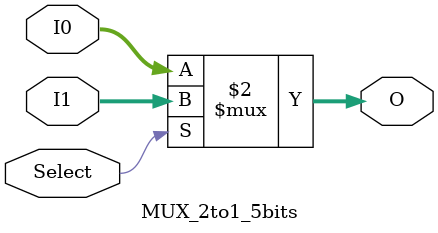
<source format=v>
module MUX_2to1_5bits (
    output wire [4:0] O,
    input  wire [4:0] I0,
    input  wire [4:0] I1,
    input  wire       Select
);

assign O = (Select == 1'b0) ? I0: I1;
    
endmodule
</source>
